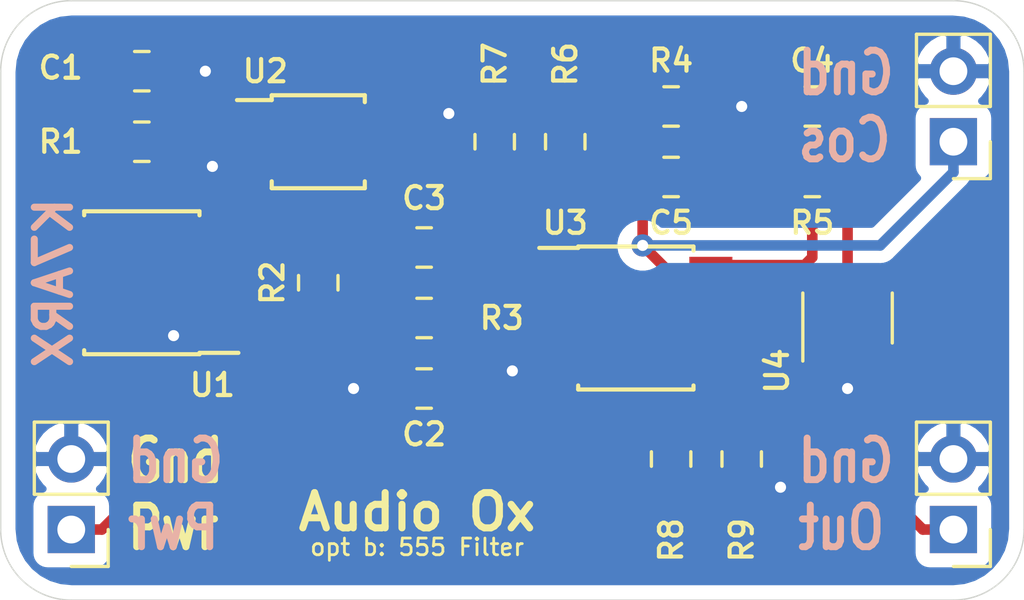
<source format=kicad_pcb>
(kicad_pcb (version 20171130) (host pcbnew 5.1.0)

  (general
    (thickness 1.6)
    (drawings 15)
    (tracks 131)
    (zones 0)
    (modules 21)
    (nets 18)
  )

  (page A4)
  (layers
    (0 F.Cu signal)
    (31 B.Cu signal)
    (32 B.Adhes user)
    (33 F.Adhes user)
    (34 B.Paste user)
    (35 F.Paste user)
    (36 B.SilkS user)
    (37 F.SilkS user)
    (38 B.Mask user)
    (39 F.Mask user)
    (40 Dwgs.User user)
    (41 Cmts.User user)
    (42 Eco1.User user)
    (43 Eco2.User user)
    (44 Edge.Cuts user)
    (45 Margin user)
    (46 B.CrtYd user)
    (47 F.CrtYd user)
    (48 B.Fab user)
    (49 F.Fab user hide)
  )

  (setup
    (last_trace_width 0.381)
    (trace_clearance 0.1905)
    (zone_clearance 0.508)
    (zone_45_only no)
    (trace_min 0.2)
    (via_size 0.8)
    (via_drill 0.4)
    (via_min_size 0.4)
    (via_min_drill 0.3)
    (uvia_size 0.3)
    (uvia_drill 0.1)
    (uvias_allowed no)
    (uvia_min_size 0.2)
    (uvia_min_drill 0.1)
    (edge_width 0.05)
    (segment_width 0.2)
    (pcb_text_width 0.3)
    (pcb_text_size 1.5 1.5)
    (mod_edge_width 0.12)
    (mod_text_size 1 1)
    (mod_text_width 0.15)
    (pad_size 1.524 1.524)
    (pad_drill 0.762)
    (pad_to_mask_clearance 0.051)
    (solder_mask_min_width 0.25)
    (aux_axis_origin 0 0)
    (visible_elements FFFFFF7F)
    (pcbplotparams
      (layerselection 0x010fc_ffffffff)
      (usegerberextensions false)
      (usegerberattributes false)
      (usegerberadvancedattributes false)
      (creategerberjobfile false)
      (excludeedgelayer true)
      (linewidth 0.100000)
      (plotframeref false)
      (viasonmask false)
      (mode 1)
      (useauxorigin false)
      (hpglpennumber 1)
      (hpglpenspeed 20)
      (hpglpendiameter 15.000000)
      (psnegative false)
      (psa4output false)
      (plotreference true)
      (plotvalue true)
      (plotinvisibletext false)
      (padsonsilk false)
      (subtractmaskfromsilk false)
      (outputformat 1)
      (mirror false)
      (drillshape 1)
      (scaleselection 1)
      (outputdirectory ""))
  )

  (net 0 "")
  (net 1 "Net-(C1-Pad1)")
  (net 2 GND)
  (net 3 "Net-(C2-Pad1)")
  (net 4 "Net-(C3-Pad1)")
  (net 5 "Net-(C3-Pad2)")
  (net 6 "Net-(C4-Pad1)")
  (net 7 "Net-(C5-Pad2)")
  (net 8 COSINE)
  (net 9 VAA)
  (net 10 Out)
  (net 11 "Net-(R1-Pad1)")
  (net 12 "Net-(R2-Pad2)")
  (net 13 "Net-(R6-Pad2)")
  (net 14 "Net-(R8-Pad2)")
  (net 15 "Net-(U1-Pad5)")
  (net 16 "Net-(U1-Pad7)")
  (net 17 "Net-(U2-Pad2)")

  (net_class Default "This is the default net class."
    (clearance 0.1905)
    (trace_width 0.381)
    (via_dia 0.8)
    (via_drill 0.4)
    (uvia_dia 0.3)
    (uvia_drill 0.1)
    (add_net COSINE)
    (add_net GND)
    (add_net "Net-(C1-Pad1)")
    (add_net "Net-(C2-Pad1)")
    (add_net "Net-(C3-Pad1)")
    (add_net "Net-(C3-Pad2)")
    (add_net "Net-(C4-Pad1)")
    (add_net "Net-(C5-Pad2)")
    (add_net "Net-(R1-Pad1)")
    (add_net "Net-(R2-Pad2)")
    (add_net "Net-(R6-Pad2)")
    (add_net "Net-(R8-Pad2)")
    (add_net "Net-(U1-Pad5)")
    (add_net "Net-(U1-Pad7)")
    (add_net "Net-(U2-Pad2)")
    (add_net Out)
    (add_net VAA)
  )

  (module Package_SO:MSOP-8_3x3mm_P0.65mm (layer F.Cu) (tedit 5A02F25C) (tstamp 5CA819B4)
    (at 121.92 36.83)
    (descr "8-Lead Plastic Micro Small Outline Package (MS) [MSOP] (see Microchip Packaging Specification 00000049BS.pdf)")
    (tags "SSOP 0.65")
    (path /5CA73252)
    (attr smd)
    (fp_text reference U2 (at -1.905 -2.54) (layer F.SilkS)
      (effects (font (size 0.8 0.8) (thickness 0.15)))
    )
    (fp_text value 74LVC2G74 (at 0 2.6) (layer F.Fab)
      (effects (font (size 1 1) (thickness 0.15)))
    )
    (fp_line (start -0.5 -1.5) (end 1.5 -1.5) (layer F.Fab) (width 0.15))
    (fp_line (start 1.5 -1.5) (end 1.5 1.5) (layer F.Fab) (width 0.15))
    (fp_line (start 1.5 1.5) (end -1.5 1.5) (layer F.Fab) (width 0.15))
    (fp_line (start -1.5 1.5) (end -1.5 -0.5) (layer F.Fab) (width 0.15))
    (fp_line (start -1.5 -0.5) (end -0.5 -1.5) (layer F.Fab) (width 0.15))
    (fp_line (start -3.2 -1.85) (end -3.2 1.85) (layer F.CrtYd) (width 0.05))
    (fp_line (start 3.2 -1.85) (end 3.2 1.85) (layer F.CrtYd) (width 0.05))
    (fp_line (start -3.2 -1.85) (end 3.2 -1.85) (layer F.CrtYd) (width 0.05))
    (fp_line (start -3.2 1.85) (end 3.2 1.85) (layer F.CrtYd) (width 0.05))
    (fp_line (start -1.675 -1.675) (end -1.675 -1.5) (layer F.SilkS) (width 0.15))
    (fp_line (start 1.675 -1.675) (end 1.675 -1.425) (layer F.SilkS) (width 0.15))
    (fp_line (start 1.675 1.675) (end 1.675 1.425) (layer F.SilkS) (width 0.15))
    (fp_line (start -1.675 1.675) (end -1.675 1.425) (layer F.SilkS) (width 0.15))
    (fp_line (start -1.675 -1.675) (end 1.675 -1.675) (layer F.SilkS) (width 0.15))
    (fp_line (start -1.675 1.675) (end 1.675 1.675) (layer F.SilkS) (width 0.15))
    (fp_line (start -1.675 -1.5) (end -2.925 -1.5) (layer F.SilkS) (width 0.15))
    (fp_text user %R (at 0 0) (layer F.Fab)
      (effects (font (size 0.6 0.6) (thickness 0.15)))
    )
    (pad 1 smd rect (at -2.2 -0.975) (size 1.45 0.45) (layers F.Cu F.Paste F.Mask)
      (net 11 "Net-(R1-Pad1)"))
    (pad 2 smd rect (at -2.2 -0.325) (size 1.45 0.45) (layers F.Cu F.Paste F.Mask)
      (net 17 "Net-(U2-Pad2)"))
    (pad 3 smd rect (at -2.2 0.325) (size 1.45 0.45) (layers F.Cu F.Paste F.Mask)
      (net 17 "Net-(U2-Pad2)"))
    (pad 4 smd rect (at -2.2 0.975) (size 1.45 0.45) (layers F.Cu F.Paste F.Mask)
      (net 2 GND))
    (pad 5 smd rect (at 2.2 0.975) (size 1.45 0.45) (layers F.Cu F.Paste F.Mask)
      (net 12 "Net-(R2-Pad2)"))
    (pad 6 smd rect (at 2.2 0.325) (size 1.45 0.45) (layers F.Cu F.Paste F.Mask)
      (net 9 VAA))
    (pad 7 smd rect (at 2.2 -0.325) (size 1.45 0.45) (layers F.Cu F.Paste F.Mask)
      (net 9 VAA))
    (pad 8 smd rect (at 2.2 -0.975) (size 1.45 0.45) (layers F.Cu F.Paste F.Mask)
      (net 9 VAA))
    (model ${KISYS3DMOD}/Package_SO.3dshapes/MSOP-8_3x3mm_P0.65mm.wrl
      (at (xyz 0 0 0))
      (scale (xyz 1 1 1))
      (rotate (xyz 0 0 0))
    )
  )

  (module Package_SO:SOIC-8_3.9x4.9mm_P1.27mm (layer F.Cu) (tedit 5A02F2D3) (tstamp 5CA82C13)
    (at 133.35 43.18)
    (descr "8-Lead Plastic Small Outline (SN) - Narrow, 3.90 mm Body [SOIC] (see Microchip Packaging Specification http://ww1.microchip.com/downloads/en/PackagingSpec/00000049BQ.pdf)")
    (tags "SOIC 1.27")
    (path /5CA74A6C)
    (attr smd)
    (fp_text reference U3 (at -2.54 -3.429) (layer F.SilkS)
      (effects (font (size 0.8 0.8) (thickness 0.15)))
    )
    (fp_text value LM358 (at 0 3.5) (layer F.Fab)
      (effects (font (size 1 1) (thickness 0.15)))
    )
    (fp_line (start -2.075 -2.525) (end -3.475 -2.525) (layer F.SilkS) (width 0.15))
    (fp_line (start -2.075 2.575) (end 2.075 2.575) (layer F.SilkS) (width 0.15))
    (fp_line (start -2.075 -2.575) (end 2.075 -2.575) (layer F.SilkS) (width 0.15))
    (fp_line (start -2.075 2.575) (end -2.075 2.43) (layer F.SilkS) (width 0.15))
    (fp_line (start 2.075 2.575) (end 2.075 2.43) (layer F.SilkS) (width 0.15))
    (fp_line (start 2.075 -2.575) (end 2.075 -2.43) (layer F.SilkS) (width 0.15))
    (fp_line (start -2.075 -2.575) (end -2.075 -2.525) (layer F.SilkS) (width 0.15))
    (fp_line (start -3.73 2.7) (end 3.73 2.7) (layer F.CrtYd) (width 0.05))
    (fp_line (start -3.73 -2.7) (end 3.73 -2.7) (layer F.CrtYd) (width 0.05))
    (fp_line (start 3.73 -2.7) (end 3.73 2.7) (layer F.CrtYd) (width 0.05))
    (fp_line (start -3.73 -2.7) (end -3.73 2.7) (layer F.CrtYd) (width 0.05))
    (fp_line (start -1.95 -1.45) (end -0.95 -2.45) (layer F.Fab) (width 0.1))
    (fp_line (start -1.95 2.45) (end -1.95 -1.45) (layer F.Fab) (width 0.1))
    (fp_line (start 1.95 2.45) (end -1.95 2.45) (layer F.Fab) (width 0.1))
    (fp_line (start 1.95 -2.45) (end 1.95 2.45) (layer F.Fab) (width 0.1))
    (fp_line (start -0.95 -2.45) (end 1.95 -2.45) (layer F.Fab) (width 0.1))
    (fp_text user %R (at 0 0) (layer F.Fab)
      (effects (font (size 1 1) (thickness 0.15)))
    )
    (pad 8 smd rect (at 2.7 -1.905) (size 1.55 0.6) (layers F.Cu F.Paste F.Mask)
      (net 9 VAA))
    (pad 7 smd rect (at 2.7 -0.635) (size 1.55 0.6) (layers F.Cu F.Paste F.Mask)
      (net 8 COSINE))
    (pad 6 smd rect (at 2.7 0.635) (size 1.55 0.6) (layers F.Cu F.Paste F.Mask)
      (net 14 "Net-(R8-Pad2)"))
    (pad 5 smd rect (at 2.7 1.905) (size 1.55 0.6) (layers F.Cu F.Paste F.Mask)
      (net 6 "Net-(C4-Pad1)"))
    (pad 4 smd rect (at -2.7 1.905) (size 1.55 0.6) (layers F.Cu F.Paste F.Mask)
      (net 2 GND))
    (pad 3 smd rect (at -2.7 0.635) (size 1.55 0.6) (layers F.Cu F.Paste F.Mask)
      (net 3 "Net-(C2-Pad1)"))
    (pad 2 smd rect (at -2.7 -0.635) (size 1.55 0.6) (layers F.Cu F.Paste F.Mask)
      (net 13 "Net-(R6-Pad2)"))
    (pad 1 smd rect (at -2.7 -1.905) (size 1.55 0.6) (layers F.Cu F.Paste F.Mask)
      (net 4 "Net-(C3-Pad1)"))
    (model ${KISYS3DMOD}/Package_SO.3dshapes/SOIC-8_3.9x4.9mm_P1.27mm.wrl
      (at (xyz 0 0 0))
      (scale (xyz 1 1 1))
      (rotate (xyz 0 0 0))
    )
  )

  (module Capacitor_SMD:C_0805_2012Metric_Pad1.15x1.40mm_HandSolder (layer F.Cu) (tedit 5B36C52B) (tstamp 5CA81915)
    (at 115.57 34.29)
    (descr "Capacitor SMD 0805 (2012 Metric), square (rectangular) end terminal, IPC_7351 nominal with elongated pad for handsoldering. (Body size source: https://docs.google.com/spreadsheets/d/1BsfQQcO9C6DZCsRaXUlFlo91Tg2WpOkGARC1WS5S8t0/edit?usp=sharing), generated with kicad-footprint-generator")
    (tags "capacitor handsolder")
    (path /5CA7E5D5)
    (attr smd)
    (fp_text reference C1 (at -2.921 -0.127) (layer F.SilkS)
      (effects (font (size 0.8 0.8) (thickness 0.15)))
    )
    (fp_text value C (at 0 1.65) (layer F.Fab) hide
      (effects (font (size 1 1) (thickness 0.15)))
    )
    (fp_line (start -1 0.6) (end -1 -0.6) (layer F.Fab) (width 0.1))
    (fp_line (start -1 -0.6) (end 1 -0.6) (layer F.Fab) (width 0.1))
    (fp_line (start 1 -0.6) (end 1 0.6) (layer F.Fab) (width 0.1))
    (fp_line (start 1 0.6) (end -1 0.6) (layer F.Fab) (width 0.1))
    (fp_line (start -0.261252 -0.71) (end 0.261252 -0.71) (layer F.SilkS) (width 0.12))
    (fp_line (start -0.261252 0.71) (end 0.261252 0.71) (layer F.SilkS) (width 0.12))
    (fp_line (start -1.85 0.95) (end -1.85 -0.95) (layer F.CrtYd) (width 0.05))
    (fp_line (start -1.85 -0.95) (end 1.85 -0.95) (layer F.CrtYd) (width 0.05))
    (fp_line (start 1.85 -0.95) (end 1.85 0.95) (layer F.CrtYd) (width 0.05))
    (fp_line (start 1.85 0.95) (end -1.85 0.95) (layer F.CrtYd) (width 0.05))
    (fp_text user %R (at 0 0) (layer F.Fab)
      (effects (font (size 0.5 0.5) (thickness 0.08)))
    )
    (pad 1 smd roundrect (at -1.025 0) (size 1.15 1.4) (layers F.Cu F.Paste F.Mask) (roundrect_rratio 0.217391)
      (net 1 "Net-(C1-Pad1)"))
    (pad 2 smd roundrect (at 1.025 0) (size 1.15 1.4) (layers F.Cu F.Paste F.Mask) (roundrect_rratio 0.217391)
      (net 2 GND))
    (model ${KISYS3DMOD}/Capacitor_SMD.3dshapes/C_0805_2012Metric.wrl
      (at (xyz 0 0 0))
      (scale (xyz 1 1 1))
      (rotate (xyz 0 0 0))
    )
  )

  (module Capacitor_SMD:C_0805_2012Metric_Pad1.15x1.40mm_HandSolder (layer F.Cu) (tedit 5B36C52B) (tstamp 5CA81A5C)
    (at 125.73 45.72 180)
    (descr "Capacitor SMD 0805 (2012 Metric), square (rectangular) end terminal, IPC_7351 nominal with elongated pad for handsoldering. (Body size source: https://docs.google.com/spreadsheets/d/1BsfQQcO9C6DZCsRaXUlFlo91Tg2WpOkGARC1WS5S8t0/edit?usp=sharing), generated with kicad-footprint-generator")
    (tags "capacitor handsolder")
    (path /5CA880EB)
    (attr smd)
    (fp_text reference C2 (at 0 -1.65 180) (layer F.SilkS)
      (effects (font (size 0.8 0.8) (thickness 0.15)))
    )
    (fp_text value C (at 0 1.65 180) (layer F.Fab)
      (effects (font (size 1 1) (thickness 0.15)))
    )
    (fp_text user %R (at 0 0 180) (layer F.Fab)
      (effects (font (size 0.5 0.5) (thickness 0.08)))
    )
    (fp_line (start 1.85 0.95) (end -1.85 0.95) (layer F.CrtYd) (width 0.05))
    (fp_line (start 1.85 -0.95) (end 1.85 0.95) (layer F.CrtYd) (width 0.05))
    (fp_line (start -1.85 -0.95) (end 1.85 -0.95) (layer F.CrtYd) (width 0.05))
    (fp_line (start -1.85 0.95) (end -1.85 -0.95) (layer F.CrtYd) (width 0.05))
    (fp_line (start -0.261252 0.71) (end 0.261252 0.71) (layer F.SilkS) (width 0.12))
    (fp_line (start -0.261252 -0.71) (end 0.261252 -0.71) (layer F.SilkS) (width 0.12))
    (fp_line (start 1 0.6) (end -1 0.6) (layer F.Fab) (width 0.1))
    (fp_line (start 1 -0.6) (end 1 0.6) (layer F.Fab) (width 0.1))
    (fp_line (start -1 -0.6) (end 1 -0.6) (layer F.Fab) (width 0.1))
    (fp_line (start -1 0.6) (end -1 -0.6) (layer F.Fab) (width 0.1))
    (pad 2 smd roundrect (at 1.025 0 180) (size 1.15 1.4) (layers F.Cu F.Paste F.Mask) (roundrect_rratio 0.217391)
      (net 2 GND))
    (pad 1 smd roundrect (at -1.025 0 180) (size 1.15 1.4) (layers F.Cu F.Paste F.Mask) (roundrect_rratio 0.217391)
      (net 3 "Net-(C2-Pad1)"))
    (model ${KISYS3DMOD}/Capacitor_SMD.3dshapes/C_0805_2012Metric.wrl
      (at (xyz 0 0 0))
      (scale (xyz 1 1 1))
      (rotate (xyz 0 0 0))
    )
  )

  (module Capacitor_SMD:C_0805_2012Metric_Pad1.15x1.40mm_HandSolder (layer F.Cu) (tedit 5B36C52B) (tstamp 5CA81A2C)
    (at 125.73 40.64 180)
    (descr "Capacitor SMD 0805 (2012 Metric), square (rectangular) end terminal, IPC_7351 nominal with elongated pad for handsoldering. (Body size source: https://docs.google.com/spreadsheets/d/1BsfQQcO9C6DZCsRaXUlFlo91Tg2WpOkGARC1WS5S8t0/edit?usp=sharing), generated with kicad-footprint-generator")
    (tags "capacitor handsolder")
    (path /5CA888C6)
    (attr smd)
    (fp_text reference C3 (at 0 1.778 180) (layer F.SilkS)
      (effects (font (size 0.8 0.8) (thickness 0.15)))
    )
    (fp_text value C (at 0 1.65 180) (layer F.Fab)
      (effects (font (size 1 1) (thickness 0.15)))
    )
    (fp_line (start -1 0.6) (end -1 -0.6) (layer F.Fab) (width 0.1))
    (fp_line (start -1 -0.6) (end 1 -0.6) (layer F.Fab) (width 0.1))
    (fp_line (start 1 -0.6) (end 1 0.6) (layer F.Fab) (width 0.1))
    (fp_line (start 1 0.6) (end -1 0.6) (layer F.Fab) (width 0.1))
    (fp_line (start -0.261252 -0.71) (end 0.261252 -0.71) (layer F.SilkS) (width 0.12))
    (fp_line (start -0.261252 0.71) (end 0.261252 0.71) (layer F.SilkS) (width 0.12))
    (fp_line (start -1.85 0.95) (end -1.85 -0.95) (layer F.CrtYd) (width 0.05))
    (fp_line (start -1.85 -0.95) (end 1.85 -0.95) (layer F.CrtYd) (width 0.05))
    (fp_line (start 1.85 -0.95) (end 1.85 0.95) (layer F.CrtYd) (width 0.05))
    (fp_line (start 1.85 0.95) (end -1.85 0.95) (layer F.CrtYd) (width 0.05))
    (fp_text user %R (at 0 0 180) (layer F.Fab)
      (effects (font (size 0.5 0.5) (thickness 0.08)))
    )
    (pad 1 smd roundrect (at -1.025 0 180) (size 1.15 1.4) (layers F.Cu F.Paste F.Mask) (roundrect_rratio 0.217391)
      (net 4 "Net-(C3-Pad1)"))
    (pad 2 smd roundrect (at 1.025 0 180) (size 1.15 1.4) (layers F.Cu F.Paste F.Mask) (roundrect_rratio 0.217391)
      (net 5 "Net-(C3-Pad2)"))
    (model ${KISYS3DMOD}/Capacitor_SMD.3dshapes/C_0805_2012Metric.wrl
      (at (xyz 0 0 0))
      (scale (xyz 1 1 1))
      (rotate (xyz 0 0 0))
    )
  )

  (module Capacitor_SMD:C_0805_2012Metric_Pad1.15x1.40mm_HandSolder (layer F.Cu) (tedit 5B36C52B) (tstamp 5CA82969)
    (at 139.7 35.56 180)
    (descr "Capacitor SMD 0805 (2012 Metric), square (rectangular) end terminal, IPC_7351 nominal with elongated pad for handsoldering. (Body size source: https://docs.google.com/spreadsheets/d/1BsfQQcO9C6DZCsRaXUlFlo91Tg2WpOkGARC1WS5S8t0/edit?usp=sharing), generated with kicad-footprint-generator")
    (tags "capacitor handsolder")
    (path /5CA98753)
    (attr smd)
    (fp_text reference C4 (at 0 1.651 180) (layer F.SilkS)
      (effects (font (size 0.8 0.8) (thickness 0.15)))
    )
    (fp_text value C (at 0 1.65 180) (layer F.Fab)
      (effects (font (size 1 1) (thickness 0.15)))
    )
    (fp_line (start -1 0.6) (end -1 -0.6) (layer F.Fab) (width 0.1))
    (fp_line (start -1 -0.6) (end 1 -0.6) (layer F.Fab) (width 0.1))
    (fp_line (start 1 -0.6) (end 1 0.6) (layer F.Fab) (width 0.1))
    (fp_line (start 1 0.6) (end -1 0.6) (layer F.Fab) (width 0.1))
    (fp_line (start -0.261252 -0.71) (end 0.261252 -0.71) (layer F.SilkS) (width 0.12))
    (fp_line (start -0.261252 0.71) (end 0.261252 0.71) (layer F.SilkS) (width 0.12))
    (fp_line (start -1.85 0.95) (end -1.85 -0.95) (layer F.CrtYd) (width 0.05))
    (fp_line (start -1.85 -0.95) (end 1.85 -0.95) (layer F.CrtYd) (width 0.05))
    (fp_line (start 1.85 -0.95) (end 1.85 0.95) (layer F.CrtYd) (width 0.05))
    (fp_line (start 1.85 0.95) (end -1.85 0.95) (layer F.CrtYd) (width 0.05))
    (fp_text user %R (at 0 0 180) (layer F.Fab)
      (effects (font (size 0.5 0.5) (thickness 0.08)))
    )
    (pad 1 smd roundrect (at -1.025 0 180) (size 1.15 1.4) (layers F.Cu F.Paste F.Mask) (roundrect_rratio 0.217391)
      (net 6 "Net-(C4-Pad1)"))
    (pad 2 smd roundrect (at 1.025 0 180) (size 1.15 1.4) (layers F.Cu F.Paste F.Mask) (roundrect_rratio 0.217391)
      (net 2 GND))
    (model ${KISYS3DMOD}/Capacitor_SMD.3dshapes/C_0805_2012Metric.wrl
      (at (xyz 0 0 0))
      (scale (xyz 1 1 1))
      (rotate (xyz 0 0 0))
    )
  )

  (module Capacitor_SMD:C_0805_2012Metric_Pad1.15x1.40mm_HandSolder (layer F.Cu) (tedit 5B36C52B) (tstamp 5CA828D9)
    (at 134.62 38.1)
    (descr "Capacitor SMD 0805 (2012 Metric), square (rectangular) end terminal, IPC_7351 nominal with elongated pad for handsoldering. (Body size source: https://docs.google.com/spreadsheets/d/1BsfQQcO9C6DZCsRaXUlFlo91Tg2WpOkGARC1WS5S8t0/edit?usp=sharing), generated with kicad-footprint-generator")
    (tags "capacitor handsolder")
    (path /5CA99C27)
    (attr smd)
    (fp_text reference C5 (at 0 1.651) (layer F.SilkS)
      (effects (font (size 0.8 0.8) (thickness 0.15)))
    )
    (fp_text value C (at 0 1.65) (layer F.Fab)
      (effects (font (size 1 1) (thickness 0.15)))
    )
    (fp_text user %R (at 0 0) (layer F.Fab)
      (effects (font (size 0.5 0.5) (thickness 0.08)))
    )
    (fp_line (start 1.85 0.95) (end -1.85 0.95) (layer F.CrtYd) (width 0.05))
    (fp_line (start 1.85 -0.95) (end 1.85 0.95) (layer F.CrtYd) (width 0.05))
    (fp_line (start -1.85 -0.95) (end 1.85 -0.95) (layer F.CrtYd) (width 0.05))
    (fp_line (start -1.85 0.95) (end -1.85 -0.95) (layer F.CrtYd) (width 0.05))
    (fp_line (start -0.261252 0.71) (end 0.261252 0.71) (layer F.SilkS) (width 0.12))
    (fp_line (start -0.261252 -0.71) (end 0.261252 -0.71) (layer F.SilkS) (width 0.12))
    (fp_line (start 1 0.6) (end -1 0.6) (layer F.Fab) (width 0.1))
    (fp_line (start 1 -0.6) (end 1 0.6) (layer F.Fab) (width 0.1))
    (fp_line (start -1 -0.6) (end 1 -0.6) (layer F.Fab) (width 0.1))
    (fp_line (start -1 0.6) (end -1 -0.6) (layer F.Fab) (width 0.1))
    (pad 2 smd roundrect (at 1.025 0) (size 1.15 1.4) (layers F.Cu F.Paste F.Mask) (roundrect_rratio 0.217391)
      (net 7 "Net-(C5-Pad2)"))
    (pad 1 smd roundrect (at -1.025 0) (size 1.15 1.4) (layers F.Cu F.Paste F.Mask) (roundrect_rratio 0.217391)
      (net 8 COSINE))
    (model ${KISYS3DMOD}/Capacitor_SMD.3dshapes/C_0805_2012Metric.wrl
      (at (xyz 0 0 0))
      (scale (xyz 1 1 1))
      (rotate (xyz 0 0 0))
    )
  )

  (module Connector_PinHeader_2.54mm:PinHeader_1x02_P2.54mm_Vertical (layer F.Cu) (tedit 59FED5CC) (tstamp 5CA7FE58)
    (at 113.03 50.8 180)
    (descr "Through hole straight pin header, 1x02, 2.54mm pitch, single row")
    (tags "Through hole pin header THT 1x02 2.54mm single row")
    (path /5CABE9DE)
    (fp_text reference J1 (at 0 5.08 180) (layer F.SilkS) hide
      (effects (font (size 1 1) (thickness 0.15)))
    )
    (fp_text value Power (at 0 4.87 180) (layer F.Fab)
      (effects (font (size 1 1) (thickness 0.15)))
    )
    (fp_line (start -0.635 -1.27) (end 1.27 -1.27) (layer F.Fab) (width 0.1))
    (fp_line (start 1.27 -1.27) (end 1.27 3.81) (layer F.Fab) (width 0.1))
    (fp_line (start 1.27 3.81) (end -1.27 3.81) (layer F.Fab) (width 0.1))
    (fp_line (start -1.27 3.81) (end -1.27 -0.635) (layer F.Fab) (width 0.1))
    (fp_line (start -1.27 -0.635) (end -0.635 -1.27) (layer F.Fab) (width 0.1))
    (fp_line (start -1.33 3.87) (end 1.33 3.87) (layer F.SilkS) (width 0.12))
    (fp_line (start -1.33 1.27) (end -1.33 3.87) (layer F.SilkS) (width 0.12))
    (fp_line (start 1.33 1.27) (end 1.33 3.87) (layer F.SilkS) (width 0.12))
    (fp_line (start -1.33 1.27) (end 1.33 1.27) (layer F.SilkS) (width 0.12))
    (fp_line (start -1.33 0) (end -1.33 -1.33) (layer F.SilkS) (width 0.12))
    (fp_line (start -1.33 -1.33) (end 0 -1.33) (layer F.SilkS) (width 0.12))
    (fp_line (start -1.8 -1.8) (end -1.8 4.35) (layer F.CrtYd) (width 0.05))
    (fp_line (start -1.8 4.35) (end 1.8 4.35) (layer F.CrtYd) (width 0.05))
    (fp_line (start 1.8 4.35) (end 1.8 -1.8) (layer F.CrtYd) (width 0.05))
    (fp_line (start 1.8 -1.8) (end -1.8 -1.8) (layer F.CrtYd) (width 0.05))
    (fp_text user %R (at 0 1.27 270) (layer F.Fab)
      (effects (font (size 1 1) (thickness 0.15)))
    )
    (pad 1 thru_hole rect (at 0 0 180) (size 1.7 1.7) (drill 1) (layers *.Cu *.Mask)
      (net 9 VAA))
    (pad 2 thru_hole oval (at 0 2.54 180) (size 1.7 1.7) (drill 1) (layers *.Cu *.Mask)
      (net 2 GND))
    (model ${KISYS3DMOD}/Connector_PinHeader_2.54mm.3dshapes/PinHeader_1x02_P2.54mm_Vertical.wrl
      (at (xyz 0 0 0))
      (scale (xyz 1 1 1))
      (rotate (xyz 0 0 0))
    )
  )

  (module Connector_PinHeader_2.54mm:PinHeader_1x02_P2.54mm_Vertical (layer F.Cu) (tedit 59FED5CC) (tstamp 5CA84760)
    (at 144.78 36.83 180)
    (descr "Through hole straight pin header, 1x02, 2.54mm pitch, single row")
    (tags "Through hole pin header THT 1x02 2.54mm single row")
    (path /5CABEB80)
    (fp_text reference J2 (at 0 -2.54 180) (layer F.SilkS) hide
      (effects (font (size 1 1) (thickness 0.15)))
    )
    (fp_text value Test (at 0 4.87 180) (layer F.Fab)
      (effects (font (size 1 1) (thickness 0.15)))
    )
    (fp_text user %R (at 0 1.27 270) (layer F.Fab)
      (effects (font (size 1 1) (thickness 0.15)))
    )
    (fp_line (start 1.8 -1.8) (end -1.8 -1.8) (layer F.CrtYd) (width 0.05))
    (fp_line (start 1.8 4.35) (end 1.8 -1.8) (layer F.CrtYd) (width 0.05))
    (fp_line (start -1.8 4.35) (end 1.8 4.35) (layer F.CrtYd) (width 0.05))
    (fp_line (start -1.8 -1.8) (end -1.8 4.35) (layer F.CrtYd) (width 0.05))
    (fp_line (start -1.33 -1.33) (end 0 -1.33) (layer F.SilkS) (width 0.12))
    (fp_line (start -1.33 0) (end -1.33 -1.33) (layer F.SilkS) (width 0.12))
    (fp_line (start -1.33 1.27) (end 1.33 1.27) (layer F.SilkS) (width 0.12))
    (fp_line (start 1.33 1.27) (end 1.33 3.87) (layer F.SilkS) (width 0.12))
    (fp_line (start -1.33 1.27) (end -1.33 3.87) (layer F.SilkS) (width 0.12))
    (fp_line (start -1.33 3.87) (end 1.33 3.87) (layer F.SilkS) (width 0.12))
    (fp_line (start -1.27 -0.635) (end -0.635 -1.27) (layer F.Fab) (width 0.1))
    (fp_line (start -1.27 3.81) (end -1.27 -0.635) (layer F.Fab) (width 0.1))
    (fp_line (start 1.27 3.81) (end -1.27 3.81) (layer F.Fab) (width 0.1))
    (fp_line (start 1.27 -1.27) (end 1.27 3.81) (layer F.Fab) (width 0.1))
    (fp_line (start -0.635 -1.27) (end 1.27 -1.27) (layer F.Fab) (width 0.1))
    (pad 2 thru_hole oval (at 0 2.54 180) (size 1.7 1.7) (drill 1) (layers *.Cu *.Mask)
      (net 2 GND))
    (pad 1 thru_hole rect (at 0 0 180) (size 1.7 1.7) (drill 1) (layers *.Cu *.Mask)
      (net 8 COSINE))
    (model ${KISYS3DMOD}/Connector_PinHeader_2.54mm.3dshapes/PinHeader_1x02_P2.54mm_Vertical.wrl
      (at (xyz 0 0 0))
      (scale (xyz 1 1 1))
      (rotate (xyz 0 0 0))
    )
  )

  (module Connector_PinHeader_2.54mm:PinHeader_1x02_P2.54mm_Vertical (layer F.Cu) (tedit 59FED5CC) (tstamp 5CA7FE84)
    (at 144.78 50.8 180)
    (descr "Through hole straight pin header, 1x02, 2.54mm pitch, single row")
    (tags "Through hole pin header THT 1x02 2.54mm single row")
    (path /5CABF374)
    (fp_text reference J3 (at 0 5.08 180) (layer F.SilkS) hide
      (effects (font (size 1 1) (thickness 0.15)))
    )
    (fp_text value Output (at 0 4.87 180) (layer F.Fab)
      (effects (font (size 1 1) (thickness 0.15)))
    )
    (fp_line (start -0.635 -1.27) (end 1.27 -1.27) (layer F.Fab) (width 0.1))
    (fp_line (start 1.27 -1.27) (end 1.27 3.81) (layer F.Fab) (width 0.1))
    (fp_line (start 1.27 3.81) (end -1.27 3.81) (layer F.Fab) (width 0.1))
    (fp_line (start -1.27 3.81) (end -1.27 -0.635) (layer F.Fab) (width 0.1))
    (fp_line (start -1.27 -0.635) (end -0.635 -1.27) (layer F.Fab) (width 0.1))
    (fp_line (start -1.33 3.87) (end 1.33 3.87) (layer F.SilkS) (width 0.12))
    (fp_line (start -1.33 1.27) (end -1.33 3.87) (layer F.SilkS) (width 0.12))
    (fp_line (start 1.33 1.27) (end 1.33 3.87) (layer F.SilkS) (width 0.12))
    (fp_line (start -1.33 1.27) (end 1.33 1.27) (layer F.SilkS) (width 0.12))
    (fp_line (start -1.33 0) (end -1.33 -1.33) (layer F.SilkS) (width 0.12))
    (fp_line (start -1.33 -1.33) (end 0 -1.33) (layer F.SilkS) (width 0.12))
    (fp_line (start -1.8 -1.8) (end -1.8 4.35) (layer F.CrtYd) (width 0.05))
    (fp_line (start -1.8 4.35) (end 1.8 4.35) (layer F.CrtYd) (width 0.05))
    (fp_line (start 1.8 4.35) (end 1.8 -1.8) (layer F.CrtYd) (width 0.05))
    (fp_line (start 1.8 -1.8) (end -1.8 -1.8) (layer F.CrtYd) (width 0.05))
    (fp_text user %R (at 0 1.27 270) (layer F.Fab)
      (effects (font (size 1 1) (thickness 0.15)))
    )
    (pad 1 thru_hole rect (at 0 0 180) (size 1.7 1.7) (drill 1) (layers *.Cu *.Mask)
      (net 10 Out))
    (pad 2 thru_hole oval (at 0 2.54 180) (size 1.7 1.7) (drill 1) (layers *.Cu *.Mask)
      (net 2 GND))
    (model ${KISYS3DMOD}/Connector_PinHeader_2.54mm.3dshapes/PinHeader_1x02_P2.54mm_Vertical.wrl
      (at (xyz 0 0 0))
      (scale (xyz 1 1 1))
      (rotate (xyz 0 0 0))
    )
  )

  (module Resistor_SMD:R_0805_2012Metric_Pad1.15x1.40mm_HandSolder (layer F.Cu) (tedit 5B36C52B) (tstamp 5CA81837)
    (at 115.57 36.83 180)
    (descr "Resistor SMD 0805 (2012 Metric), square (rectangular) end terminal, IPC_7351 nominal with elongated pad for handsoldering. (Body size source: https://docs.google.com/spreadsheets/d/1BsfQQcO9C6DZCsRaXUlFlo91Tg2WpOkGARC1WS5S8t0/edit?usp=sharing), generated with kicad-footprint-generator")
    (tags "resistor handsolder")
    (path /5CA7D84E)
    (attr smd)
    (fp_text reference R1 (at 2.921 0 180) (layer F.SilkS)
      (effects (font (size 0.8 0.8) (thickness 0.15)))
    )
    (fp_text value R (at 0 1.65 180) (layer F.Fab) hide
      (effects (font (size 1 1) (thickness 0.15)))
    )
    (fp_line (start -1 0.6) (end -1 -0.6) (layer F.Fab) (width 0.1))
    (fp_line (start -1 -0.6) (end 1 -0.6) (layer F.Fab) (width 0.1))
    (fp_line (start 1 -0.6) (end 1 0.6) (layer F.Fab) (width 0.1))
    (fp_line (start 1 0.6) (end -1 0.6) (layer F.Fab) (width 0.1))
    (fp_line (start -0.261252 -0.71) (end 0.261252 -0.71) (layer F.SilkS) (width 0.12))
    (fp_line (start -0.261252 0.71) (end 0.261252 0.71) (layer F.SilkS) (width 0.12))
    (fp_line (start -1.85 0.95) (end -1.85 -0.95) (layer F.CrtYd) (width 0.05))
    (fp_line (start -1.85 -0.95) (end 1.85 -0.95) (layer F.CrtYd) (width 0.05))
    (fp_line (start 1.85 -0.95) (end 1.85 0.95) (layer F.CrtYd) (width 0.05))
    (fp_line (start 1.85 0.95) (end -1.85 0.95) (layer F.CrtYd) (width 0.05))
    (fp_text user %R (at 0 0 180) (layer F.Fab)
      (effects (font (size 0.5 0.5) (thickness 0.08)))
    )
    (pad 1 smd roundrect (at -1.025 0 180) (size 1.15 1.4) (layers F.Cu F.Paste F.Mask) (roundrect_rratio 0.217391)
      (net 11 "Net-(R1-Pad1)"))
    (pad 2 smd roundrect (at 1.025 0 180) (size 1.15 1.4) (layers F.Cu F.Paste F.Mask) (roundrect_rratio 0.217391)
      (net 1 "Net-(C1-Pad1)"))
    (model ${KISYS3DMOD}/Resistor_SMD.3dshapes/R_0805_2012Metric.wrl
      (at (xyz 0 0 0))
      (scale (xyz 1 1 1))
      (rotate (xyz 0 0 0))
    )
  )

  (module Resistor_SMD:R_0805_2012Metric_Pad1.15x1.40mm_HandSolder (layer F.Cu) (tedit 5B36C52B) (tstamp 5CA83F41)
    (at 121.92 41.91 90)
    (descr "Resistor SMD 0805 (2012 Metric), square (rectangular) end terminal, IPC_7351 nominal with elongated pad for handsoldering. (Body size source: https://docs.google.com/spreadsheets/d/1BsfQQcO9C6DZCsRaXUlFlo91Tg2WpOkGARC1WS5S8t0/edit?usp=sharing), generated with kicad-footprint-generator")
    (tags "resistor handsolder")
    (path /5CA85D92)
    (attr smd)
    (fp_text reference R2 (at 0 -1.65 90) (layer F.SilkS)
      (effects (font (size 0.8 0.8) (thickness 0.15)))
    )
    (fp_text value R (at 0 1.65 90) (layer F.Fab)
      (effects (font (size 1 1) (thickness 0.15)))
    )
    (fp_text user %R (at 0 0 90) (layer F.Fab)
      (effects (font (size 0.5 0.5) (thickness 0.08)))
    )
    (fp_line (start 1.85 0.95) (end -1.85 0.95) (layer F.CrtYd) (width 0.05))
    (fp_line (start 1.85 -0.95) (end 1.85 0.95) (layer F.CrtYd) (width 0.05))
    (fp_line (start -1.85 -0.95) (end 1.85 -0.95) (layer F.CrtYd) (width 0.05))
    (fp_line (start -1.85 0.95) (end -1.85 -0.95) (layer F.CrtYd) (width 0.05))
    (fp_line (start -0.261252 0.71) (end 0.261252 0.71) (layer F.SilkS) (width 0.12))
    (fp_line (start -0.261252 -0.71) (end 0.261252 -0.71) (layer F.SilkS) (width 0.12))
    (fp_line (start 1 0.6) (end -1 0.6) (layer F.Fab) (width 0.1))
    (fp_line (start 1 -0.6) (end 1 0.6) (layer F.Fab) (width 0.1))
    (fp_line (start -1 -0.6) (end 1 -0.6) (layer F.Fab) (width 0.1))
    (fp_line (start -1 0.6) (end -1 -0.6) (layer F.Fab) (width 0.1))
    (pad 2 smd roundrect (at 1.025 0 90) (size 1.15 1.4) (layers F.Cu F.Paste F.Mask) (roundrect_rratio 0.217391)
      (net 12 "Net-(R2-Pad2)"))
    (pad 1 smd roundrect (at -1.025 0 90) (size 1.15 1.4) (layers F.Cu F.Paste F.Mask) (roundrect_rratio 0.217391)
      (net 5 "Net-(C3-Pad2)"))
    (model ${KISYS3DMOD}/Resistor_SMD.3dshapes/R_0805_2012Metric.wrl
      (at (xyz 0 0 0))
      (scale (xyz 1 1 1))
      (rotate (xyz 0 0 0))
    )
  )

  (module Resistor_SMD:R_0805_2012Metric_Pad1.15x1.40mm_HandSolder (layer F.Cu) (tedit 5B36C52B) (tstamp 5CA818E5)
    (at 125.73 43.18 180)
    (descr "Resistor SMD 0805 (2012 Metric), square (rectangular) end terminal, IPC_7351 nominal with elongated pad for handsoldering. (Body size source: https://docs.google.com/spreadsheets/d/1BsfQQcO9C6DZCsRaXUlFlo91Tg2WpOkGARC1WS5S8t0/edit?usp=sharing), generated with kicad-footprint-generator")
    (tags "resistor handsolder")
    (path /5CA87C18)
    (attr smd)
    (fp_text reference R3 (at -2.794 0 180) (layer F.SilkS)
      (effects (font (size 0.8 0.8) (thickness 0.15)))
    )
    (fp_text value R (at 0 1.65 180) (layer F.Fab)
      (effects (font (size 1 1) (thickness 0.15)))
    )
    (fp_line (start -1 0.6) (end -1 -0.6) (layer F.Fab) (width 0.1))
    (fp_line (start -1 -0.6) (end 1 -0.6) (layer F.Fab) (width 0.1))
    (fp_line (start 1 -0.6) (end 1 0.6) (layer F.Fab) (width 0.1))
    (fp_line (start 1 0.6) (end -1 0.6) (layer F.Fab) (width 0.1))
    (fp_line (start -0.261252 -0.71) (end 0.261252 -0.71) (layer F.SilkS) (width 0.12))
    (fp_line (start -0.261252 0.71) (end 0.261252 0.71) (layer F.SilkS) (width 0.12))
    (fp_line (start -1.85 0.95) (end -1.85 -0.95) (layer F.CrtYd) (width 0.05))
    (fp_line (start -1.85 -0.95) (end 1.85 -0.95) (layer F.CrtYd) (width 0.05))
    (fp_line (start 1.85 -0.95) (end 1.85 0.95) (layer F.CrtYd) (width 0.05))
    (fp_line (start 1.85 0.95) (end -1.85 0.95) (layer F.CrtYd) (width 0.05))
    (fp_text user %R (at 0 0 180) (layer F.Fab)
      (effects (font (size 0.5 0.5) (thickness 0.08)))
    )
    (pad 1 smd roundrect (at -1.025 0 180) (size 1.15 1.4) (layers F.Cu F.Paste F.Mask) (roundrect_rratio 0.217391)
      (net 3 "Net-(C2-Pad1)"))
    (pad 2 smd roundrect (at 1.025 0 180) (size 1.15 1.4) (layers F.Cu F.Paste F.Mask) (roundrect_rratio 0.217391)
      (net 5 "Net-(C3-Pad2)"))
    (model ${KISYS3DMOD}/Resistor_SMD.3dshapes/R_0805_2012Metric.wrl
      (at (xyz 0 0 0))
      (scale (xyz 1 1 1))
      (rotate (xyz 0 0 0))
    )
  )

  (module Resistor_SMD:R_0805_2012Metric_Pad1.15x1.40mm_HandSolder (layer F.Cu) (tedit 5B36C52B) (tstamp 5CA82939)
    (at 134.62 35.56 180)
    (descr "Resistor SMD 0805 (2012 Metric), square (rectangular) end terminal, IPC_7351 nominal with elongated pad for handsoldering. (Body size source: https://docs.google.com/spreadsheets/d/1BsfQQcO9C6DZCsRaXUlFlo91Tg2WpOkGARC1WS5S8t0/edit?usp=sharing), generated with kicad-footprint-generator")
    (tags "resistor handsolder")
    (path /5CA96F3B)
    (attr smd)
    (fp_text reference R4 (at 0 1.651 180) (layer F.SilkS)
      (effects (font (size 0.8 0.8) (thickness 0.15)))
    )
    (fp_text value R (at 0 1.65 180) (layer F.Fab)
      (effects (font (size 1 1) (thickness 0.15)))
    )
    (fp_text user %R (at 0 0 180) (layer F.Fab)
      (effects (font (size 0.5 0.5) (thickness 0.08)))
    )
    (fp_line (start 1.85 0.95) (end -1.85 0.95) (layer F.CrtYd) (width 0.05))
    (fp_line (start 1.85 -0.95) (end 1.85 0.95) (layer F.CrtYd) (width 0.05))
    (fp_line (start -1.85 -0.95) (end 1.85 -0.95) (layer F.CrtYd) (width 0.05))
    (fp_line (start -1.85 0.95) (end -1.85 -0.95) (layer F.CrtYd) (width 0.05))
    (fp_line (start -0.261252 0.71) (end 0.261252 0.71) (layer F.SilkS) (width 0.12))
    (fp_line (start -0.261252 -0.71) (end 0.261252 -0.71) (layer F.SilkS) (width 0.12))
    (fp_line (start 1 0.6) (end -1 0.6) (layer F.Fab) (width 0.1))
    (fp_line (start 1 -0.6) (end 1 0.6) (layer F.Fab) (width 0.1))
    (fp_line (start -1 -0.6) (end 1 -0.6) (layer F.Fab) (width 0.1))
    (fp_line (start -1 0.6) (end -1 -0.6) (layer F.Fab) (width 0.1))
    (pad 2 smd roundrect (at 1.025 0 180) (size 1.15 1.4) (layers F.Cu F.Paste F.Mask) (roundrect_rratio 0.217391)
      (net 4 "Net-(C3-Pad1)"))
    (pad 1 smd roundrect (at -1.025 0 180) (size 1.15 1.4) (layers F.Cu F.Paste F.Mask) (roundrect_rratio 0.217391)
      (net 7 "Net-(C5-Pad2)"))
    (model ${KISYS3DMOD}/Resistor_SMD.3dshapes/R_0805_2012Metric.wrl
      (at (xyz 0 0 0))
      (scale (xyz 1 1 1))
      (rotate (xyz 0 0 0))
    )
  )

  (module Resistor_SMD:R_0805_2012Metric_Pad1.15x1.40mm_HandSolder (layer F.Cu) (tedit 5B36C52B) (tstamp 5CA82873)
    (at 139.7 38.1 180)
    (descr "Resistor SMD 0805 (2012 Metric), square (rectangular) end terminal, IPC_7351 nominal with elongated pad for handsoldering. (Body size source: https://docs.google.com/spreadsheets/d/1BsfQQcO9C6DZCsRaXUlFlo91Tg2WpOkGARC1WS5S8t0/edit?usp=sharing), generated with kicad-footprint-generator")
    (tags "resistor handsolder")
    (path /5CA98067)
    (attr smd)
    (fp_text reference R5 (at 0 -1.651) (layer F.SilkS)
      (effects (font (size 0.8 0.8) (thickness 0.15)))
    )
    (fp_text value R (at 0 1.65 180) (layer F.Fab)
      (effects (font (size 1 1) (thickness 0.15)))
    )
    (fp_line (start -1 0.6) (end -1 -0.6) (layer F.Fab) (width 0.1))
    (fp_line (start -1 -0.6) (end 1 -0.6) (layer F.Fab) (width 0.1))
    (fp_line (start 1 -0.6) (end 1 0.6) (layer F.Fab) (width 0.1))
    (fp_line (start 1 0.6) (end -1 0.6) (layer F.Fab) (width 0.1))
    (fp_line (start -0.261252 -0.71) (end 0.261252 -0.71) (layer F.SilkS) (width 0.12))
    (fp_line (start -0.261252 0.71) (end 0.261252 0.71) (layer F.SilkS) (width 0.12))
    (fp_line (start -1.85 0.95) (end -1.85 -0.95) (layer F.CrtYd) (width 0.05))
    (fp_line (start -1.85 -0.95) (end 1.85 -0.95) (layer F.CrtYd) (width 0.05))
    (fp_line (start 1.85 -0.95) (end 1.85 0.95) (layer F.CrtYd) (width 0.05))
    (fp_line (start 1.85 0.95) (end -1.85 0.95) (layer F.CrtYd) (width 0.05))
    (fp_text user %R (at 0 0 180) (layer F.Fab)
      (effects (font (size 0.5 0.5) (thickness 0.08)))
    )
    (pad 1 smd roundrect (at -1.025 0 180) (size 1.15 1.4) (layers F.Cu F.Paste F.Mask) (roundrect_rratio 0.217391)
      (net 6 "Net-(C4-Pad1)"))
    (pad 2 smd roundrect (at 1.025 0 180) (size 1.15 1.4) (layers F.Cu F.Paste F.Mask) (roundrect_rratio 0.217391)
      (net 7 "Net-(C5-Pad2)"))
    (model ${KISYS3DMOD}/Resistor_SMD.3dshapes/R_0805_2012Metric.wrl
      (at (xyz 0 0 0))
      (scale (xyz 1 1 1))
      (rotate (xyz 0 0 0))
    )
  )

  (module Resistor_SMD:R_0805_2012Metric_Pad1.15x1.40mm_HandSolder (layer F.Cu) (tedit 5B36C52B) (tstamp 5CA817FE)
    (at 130.81 36.83 270)
    (descr "Resistor SMD 0805 (2012 Metric), square (rectangular) end terminal, IPC_7351 nominal with elongated pad for handsoldering. (Body size source: https://docs.google.com/spreadsheets/d/1BsfQQcO9C6DZCsRaXUlFlo91Tg2WpOkGARC1WS5S8t0/edit?usp=sharing), generated with kicad-footprint-generator")
    (tags "resistor handsolder")
    (path /5CA8D96A)
    (attr smd)
    (fp_text reference R6 (at -2.794 0 270) (layer F.SilkS)
      (effects (font (size 0.8 0.8) (thickness 0.15)))
    )
    (fp_text value R (at 0 1.65 270) (layer F.Fab)
      (effects (font (size 1 1) (thickness 0.15)))
    )
    (fp_text user %R (at 0 0 270) (layer F.Fab)
      (effects (font (size 0.5 0.5) (thickness 0.08)))
    )
    (fp_line (start 1.85 0.95) (end -1.85 0.95) (layer F.CrtYd) (width 0.05))
    (fp_line (start 1.85 -0.95) (end 1.85 0.95) (layer F.CrtYd) (width 0.05))
    (fp_line (start -1.85 -0.95) (end 1.85 -0.95) (layer F.CrtYd) (width 0.05))
    (fp_line (start -1.85 0.95) (end -1.85 -0.95) (layer F.CrtYd) (width 0.05))
    (fp_line (start -0.261252 0.71) (end 0.261252 0.71) (layer F.SilkS) (width 0.12))
    (fp_line (start -0.261252 -0.71) (end 0.261252 -0.71) (layer F.SilkS) (width 0.12))
    (fp_line (start 1 0.6) (end -1 0.6) (layer F.Fab) (width 0.1))
    (fp_line (start 1 -0.6) (end 1 0.6) (layer F.Fab) (width 0.1))
    (fp_line (start -1 -0.6) (end 1 -0.6) (layer F.Fab) (width 0.1))
    (fp_line (start -1 0.6) (end -1 -0.6) (layer F.Fab) (width 0.1))
    (pad 2 smd roundrect (at 1.025 0 270) (size 1.15 1.4) (layers F.Cu F.Paste F.Mask) (roundrect_rratio 0.217391)
      (net 13 "Net-(R6-Pad2)"))
    (pad 1 smd roundrect (at -1.025 0 270) (size 1.15 1.4) (layers F.Cu F.Paste F.Mask) (roundrect_rratio 0.217391)
      (net 4 "Net-(C3-Pad1)"))
    (model ${KISYS3DMOD}/Resistor_SMD.3dshapes/R_0805_2012Metric.wrl
      (at (xyz 0 0 0))
      (scale (xyz 1 1 1))
      (rotate (xyz 0 0 0))
    )
  )

  (module Resistor_SMD:R_0805_2012Metric_Pad1.15x1.40mm_HandSolder (layer F.Cu) (tedit 5B36C52B) (tstamp 5CA82281)
    (at 128.27 36.83 90)
    (descr "Resistor SMD 0805 (2012 Metric), square (rectangular) end terminal, IPC_7351 nominal with elongated pad for handsoldering. (Body size source: https://docs.google.com/spreadsheets/d/1BsfQQcO9C6DZCsRaXUlFlo91Tg2WpOkGARC1WS5S8t0/edit?usp=sharing), generated with kicad-footprint-generator")
    (tags "resistor handsolder")
    (path /5CA8F2DE)
    (attr smd)
    (fp_text reference R7 (at 2.794 0 90) (layer F.SilkS)
      (effects (font (size 0.8 0.8) (thickness 0.15)))
    )
    (fp_text value R (at 0 1.65 90) (layer F.Fab)
      (effects (font (size 1 1) (thickness 0.15)))
    )
    (fp_line (start -1 0.6) (end -1 -0.6) (layer F.Fab) (width 0.1))
    (fp_line (start -1 -0.6) (end 1 -0.6) (layer F.Fab) (width 0.1))
    (fp_line (start 1 -0.6) (end 1 0.6) (layer F.Fab) (width 0.1))
    (fp_line (start 1 0.6) (end -1 0.6) (layer F.Fab) (width 0.1))
    (fp_line (start -0.261252 -0.71) (end 0.261252 -0.71) (layer F.SilkS) (width 0.12))
    (fp_line (start -0.261252 0.71) (end 0.261252 0.71) (layer F.SilkS) (width 0.12))
    (fp_line (start -1.85 0.95) (end -1.85 -0.95) (layer F.CrtYd) (width 0.05))
    (fp_line (start -1.85 -0.95) (end 1.85 -0.95) (layer F.CrtYd) (width 0.05))
    (fp_line (start 1.85 -0.95) (end 1.85 0.95) (layer F.CrtYd) (width 0.05))
    (fp_line (start 1.85 0.95) (end -1.85 0.95) (layer F.CrtYd) (width 0.05))
    (fp_text user %R (at 0 0 90) (layer F.Fab)
      (effects (font (size 0.5 0.5) (thickness 0.08)))
    )
    (pad 1 smd roundrect (at -1.025 0 90) (size 1.15 1.4) (layers F.Cu F.Paste F.Mask) (roundrect_rratio 0.217391)
      (net 13 "Net-(R6-Pad2)"))
    (pad 2 smd roundrect (at 1.025 0 90) (size 1.15 1.4) (layers F.Cu F.Paste F.Mask) (roundrect_rratio 0.217391)
      (net 2 GND))
    (model ${KISYS3DMOD}/Resistor_SMD.3dshapes/R_0805_2012Metric.wrl
      (at (xyz 0 0 0))
      (scale (xyz 1 1 1))
      (rotate (xyz 0 0 0))
    )
  )

  (module Resistor_SMD:R_0805_2012Metric_Pad1.15x1.40mm_HandSolder (layer F.Cu) (tedit 5B36C52B) (tstamp 5CA82909)
    (at 134.62 48.26 90)
    (descr "Resistor SMD 0805 (2012 Metric), square (rectangular) end terminal, IPC_7351 nominal with elongated pad for handsoldering. (Body size source: https://docs.google.com/spreadsheets/d/1BsfQQcO9C6DZCsRaXUlFlo91Tg2WpOkGARC1WS5S8t0/edit?usp=sharing), generated with kicad-footprint-generator")
    (tags "resistor handsolder")
    (path /5CA9EED4)
    (attr smd)
    (fp_text reference R8 (at -2.921 0 90) (layer F.SilkS)
      (effects (font (size 0.8 0.8) (thickness 0.15)))
    )
    (fp_text value R (at 0 1.65 90) (layer F.Fab)
      (effects (font (size 1 1) (thickness 0.15)))
    )
    (fp_line (start -1 0.6) (end -1 -0.6) (layer F.Fab) (width 0.1))
    (fp_line (start -1 -0.6) (end 1 -0.6) (layer F.Fab) (width 0.1))
    (fp_line (start 1 -0.6) (end 1 0.6) (layer F.Fab) (width 0.1))
    (fp_line (start 1 0.6) (end -1 0.6) (layer F.Fab) (width 0.1))
    (fp_line (start -0.261252 -0.71) (end 0.261252 -0.71) (layer F.SilkS) (width 0.12))
    (fp_line (start -0.261252 0.71) (end 0.261252 0.71) (layer F.SilkS) (width 0.12))
    (fp_line (start -1.85 0.95) (end -1.85 -0.95) (layer F.CrtYd) (width 0.05))
    (fp_line (start -1.85 -0.95) (end 1.85 -0.95) (layer F.CrtYd) (width 0.05))
    (fp_line (start 1.85 -0.95) (end 1.85 0.95) (layer F.CrtYd) (width 0.05))
    (fp_line (start 1.85 0.95) (end -1.85 0.95) (layer F.CrtYd) (width 0.05))
    (fp_text user %R (at 0 0 90) (layer F.Fab)
      (effects (font (size 0.5 0.5) (thickness 0.08)))
    )
    (pad 1 smd roundrect (at -1.025 0 90) (size 1.15 1.4) (layers F.Cu F.Paste F.Mask) (roundrect_rratio 0.217391)
      (net 8 COSINE))
    (pad 2 smd roundrect (at 1.025 0 90) (size 1.15 1.4) (layers F.Cu F.Paste F.Mask) (roundrect_rratio 0.217391)
      (net 14 "Net-(R8-Pad2)"))
    (model ${KISYS3DMOD}/Resistor_SMD.3dshapes/R_0805_2012Metric.wrl
      (at (xyz 0 0 0))
      (scale (xyz 1 1 1))
      (rotate (xyz 0 0 0))
    )
  )

  (module Resistor_SMD:R_0805_2012Metric_Pad1.15x1.40mm_HandSolder (layer F.Cu) (tedit 5B36C52B) (tstamp 5CA828A3)
    (at 137.16 48.26 270)
    (descr "Resistor SMD 0805 (2012 Metric), square (rectangular) end terminal, IPC_7351 nominal with elongated pad for handsoldering. (Body size source: https://docs.google.com/spreadsheets/d/1BsfQQcO9C6DZCsRaXUlFlo91Tg2WpOkGARC1WS5S8t0/edit?usp=sharing), generated with kicad-footprint-generator")
    (tags "resistor handsolder")
    (path /5CA9F988)
    (attr smd)
    (fp_text reference R9 (at 2.921 0 270) (layer F.SilkS)
      (effects (font (size 0.8 0.8) (thickness 0.15)))
    )
    (fp_text value R (at 0 1.65 270) (layer F.Fab)
      (effects (font (size 1 1) (thickness 0.15)))
    )
    (fp_text user %R (at 0 0 270) (layer F.Fab)
      (effects (font (size 0.5 0.5) (thickness 0.08)))
    )
    (fp_line (start 1.85 0.95) (end -1.85 0.95) (layer F.CrtYd) (width 0.05))
    (fp_line (start 1.85 -0.95) (end 1.85 0.95) (layer F.CrtYd) (width 0.05))
    (fp_line (start -1.85 -0.95) (end 1.85 -0.95) (layer F.CrtYd) (width 0.05))
    (fp_line (start -1.85 0.95) (end -1.85 -0.95) (layer F.CrtYd) (width 0.05))
    (fp_line (start -0.261252 0.71) (end 0.261252 0.71) (layer F.SilkS) (width 0.12))
    (fp_line (start -0.261252 -0.71) (end 0.261252 -0.71) (layer F.SilkS) (width 0.12))
    (fp_line (start 1 0.6) (end -1 0.6) (layer F.Fab) (width 0.1))
    (fp_line (start 1 -0.6) (end 1 0.6) (layer F.Fab) (width 0.1))
    (fp_line (start -1 -0.6) (end 1 -0.6) (layer F.Fab) (width 0.1))
    (fp_line (start -1 0.6) (end -1 -0.6) (layer F.Fab) (width 0.1))
    (pad 2 smd roundrect (at 1.025 0 270) (size 1.15 1.4) (layers F.Cu F.Paste F.Mask) (roundrect_rratio 0.217391)
      (net 2 GND))
    (pad 1 smd roundrect (at -1.025 0 270) (size 1.15 1.4) (layers F.Cu F.Paste F.Mask) (roundrect_rratio 0.217391)
      (net 14 "Net-(R8-Pad2)"))
    (model ${KISYS3DMOD}/Resistor_SMD.3dshapes/R_0805_2012Metric.wrl
      (at (xyz 0 0 0))
      (scale (xyz 1 1 1))
      (rotate (xyz 0 0 0))
    )
  )

  (module Package_SO:SOIC-8_3.9x4.9mm_P1.27mm (layer F.Cu) (tedit 5A02F2D3) (tstamp 5CA81960)
    (at 115.57 41.91 180)
    (descr "8-Lead Plastic Small Outline (SN) - Narrow, 3.90 mm Body [SOIC] (see Microchip Packaging Specification http://ww1.microchip.com/downloads/en/PackagingSpec/00000049BQ.pdf)")
    (tags "SOIC 1.27")
    (path /5CA72191)
    (attr smd)
    (fp_text reference U1 (at -2.54 -3.683) (layer F.SilkS)
      (effects (font (size 0.8 0.8) (thickness 0.15)))
    )
    (fp_text value TLC555CD (at 0 3.5 180) (layer F.Fab) hide
      (effects (font (size 1 1) (thickness 0.15)))
    )
    (fp_text user %R (at 0 0 180) (layer F.Fab)
      (effects (font (size 1 1) (thickness 0.15)))
    )
    (fp_line (start -0.95 -2.45) (end 1.95 -2.45) (layer F.Fab) (width 0.1))
    (fp_line (start 1.95 -2.45) (end 1.95 2.45) (layer F.Fab) (width 0.1))
    (fp_line (start 1.95 2.45) (end -1.95 2.45) (layer F.Fab) (width 0.1))
    (fp_line (start -1.95 2.45) (end -1.95 -1.45) (layer F.Fab) (width 0.1))
    (fp_line (start -1.95 -1.45) (end -0.95 -2.45) (layer F.Fab) (width 0.1))
    (fp_line (start -3.73 -2.7) (end -3.73 2.7) (layer F.CrtYd) (width 0.05))
    (fp_line (start 3.73 -2.7) (end 3.73 2.7) (layer F.CrtYd) (width 0.05))
    (fp_line (start -3.73 -2.7) (end 3.73 -2.7) (layer F.CrtYd) (width 0.05))
    (fp_line (start -3.73 2.7) (end 3.73 2.7) (layer F.CrtYd) (width 0.05))
    (fp_line (start -2.075 -2.575) (end -2.075 -2.525) (layer F.SilkS) (width 0.15))
    (fp_line (start 2.075 -2.575) (end 2.075 -2.43) (layer F.SilkS) (width 0.15))
    (fp_line (start 2.075 2.575) (end 2.075 2.43) (layer F.SilkS) (width 0.15))
    (fp_line (start -2.075 2.575) (end -2.075 2.43) (layer F.SilkS) (width 0.15))
    (fp_line (start -2.075 -2.575) (end 2.075 -2.575) (layer F.SilkS) (width 0.15))
    (fp_line (start -2.075 2.575) (end 2.075 2.575) (layer F.SilkS) (width 0.15))
    (fp_line (start -2.075 -2.525) (end -3.475 -2.525) (layer F.SilkS) (width 0.15))
    (pad 1 smd rect (at -2.7 -1.905 180) (size 1.55 0.6) (layers F.Cu F.Paste F.Mask)
      (net 2 GND))
    (pad 2 smd rect (at -2.7 -0.635 180) (size 1.55 0.6) (layers F.Cu F.Paste F.Mask)
      (net 1 "Net-(C1-Pad1)"))
    (pad 3 smd rect (at -2.7 0.635 180) (size 1.55 0.6) (layers F.Cu F.Paste F.Mask)
      (net 11 "Net-(R1-Pad1)"))
    (pad 4 smd rect (at -2.7 1.905 180) (size 1.55 0.6) (layers F.Cu F.Paste F.Mask)
      (net 9 VAA))
    (pad 5 smd rect (at 2.7 1.905 180) (size 1.55 0.6) (layers F.Cu F.Paste F.Mask)
      (net 15 "Net-(U1-Pad5)"))
    (pad 6 smd rect (at 2.7 0.635 180) (size 1.55 0.6) (layers F.Cu F.Paste F.Mask)
      (net 1 "Net-(C1-Pad1)"))
    (pad 7 smd rect (at 2.7 -0.635 180) (size 1.55 0.6) (layers F.Cu F.Paste F.Mask)
      (net 16 "Net-(U1-Pad7)"))
    (pad 8 smd rect (at 2.7 -1.905 180) (size 1.55 0.6) (layers F.Cu F.Paste F.Mask)
      (net 9 VAA))
    (model ${KISYS3DMOD}/Package_SO.3dshapes/SOIC-8_3.9x4.9mm_P1.27mm.wrl
      (at (xyz 0 0 0))
      (scale (xyz 1 1 1))
      (rotate (xyz 0 0 0))
    )
  )

  (module Package_TO_SOT_SMD:SOT-23-5 (layer F.Cu) (tedit 5A02FF57) (tstamp 5CA7FF89)
    (at 140.97 43.18 90)
    (descr "5-pin SOT23 package")
    (tags SOT-23-5)
    (path /5CAB5DB4)
    (attr smd)
    (fp_text reference U4 (at -1.905 -2.54 90) (layer F.SilkS)
      (effects (font (size 0.8 0.8) (thickness 0.15)))
    )
    (fp_text value LM321 (at 0 2.9 90) (layer F.Fab)
      (effects (font (size 1 1) (thickness 0.15)))
    )
    (fp_text user %R (at 0 0 180) (layer F.Fab)
      (effects (font (size 0.5 0.5) (thickness 0.075)))
    )
    (fp_line (start -0.9 1.61) (end 0.9 1.61) (layer F.SilkS) (width 0.12))
    (fp_line (start 0.9 -1.61) (end -1.55 -1.61) (layer F.SilkS) (width 0.12))
    (fp_line (start -1.9 -1.8) (end 1.9 -1.8) (layer F.CrtYd) (width 0.05))
    (fp_line (start 1.9 -1.8) (end 1.9 1.8) (layer F.CrtYd) (width 0.05))
    (fp_line (start 1.9 1.8) (end -1.9 1.8) (layer F.CrtYd) (width 0.05))
    (fp_line (start -1.9 1.8) (end -1.9 -1.8) (layer F.CrtYd) (width 0.05))
    (fp_line (start -0.9 -0.9) (end -0.25 -1.55) (layer F.Fab) (width 0.1))
    (fp_line (start 0.9 -1.55) (end -0.25 -1.55) (layer F.Fab) (width 0.1))
    (fp_line (start -0.9 -0.9) (end -0.9 1.55) (layer F.Fab) (width 0.1))
    (fp_line (start 0.9 1.55) (end -0.9 1.55) (layer F.Fab) (width 0.1))
    (fp_line (start 0.9 -1.55) (end 0.9 1.55) (layer F.Fab) (width 0.1))
    (pad 1 smd rect (at -1.1 -0.95 90) (size 1.06 0.65) (layers F.Cu F.Paste F.Mask)
      (net 8 COSINE))
    (pad 2 smd rect (at -1.1 0 90) (size 1.06 0.65) (layers F.Cu F.Paste F.Mask)
      (net 2 GND))
    (pad 3 smd rect (at -1.1 0.95 90) (size 1.06 0.65) (layers F.Cu F.Paste F.Mask)
      (net 10 Out))
    (pad 4 smd rect (at 1.1 0.95 90) (size 1.06 0.65) (layers F.Cu F.Paste F.Mask)
      (net 10 Out))
    (pad 5 smd rect (at 1.1 -0.95 90) (size 1.06 0.65) (layers F.Cu F.Paste F.Mask)
      (net 9 VAA))
    (model ${KISYS3DMOD}/Package_TO_SOT_SMD.3dshapes/SOT-23-5.wrl
      (at (xyz 0 0 0))
      (scale (xyz 1 1 1))
      (rotate (xyz 0 0 0))
    )
  )

  (gr_text "opt b: 555 Filter" (at 125.476 51.435) (layer F.SilkS)
    (effects (font (size 0.6 0.6) (thickness 0.1)))
  )
  (gr_line (start 110.49 50.8) (end 110.49 34.29) (layer Edge.Cuts) (width 0.05) (tstamp 5CA848D8))
  (gr_line (start 144.78 53.34) (end 113.03 53.34) (layer Edge.Cuts) (width 0.05) (tstamp 5CA848D7))
  (gr_line (start 147.32 34.29) (end 147.32 50.8) (layer Edge.Cuts) (width 0.05) (tstamp 5CA848D6))
  (gr_line (start 113.03 31.75) (end 144.78 31.75) (layer Edge.Cuts) (width 0.05) (tstamp 5CA848D5))
  (gr_text "Audio Ox" (at 125.476 50.165) (layer F.SilkS)
    (effects (font (size 1.27 1.27) (thickness 0.254)))
  )
  (gr_text K7ARX (at 112.395 41.91 90) (layer B.SilkS)
    (effects (font (size 1.27 1.27) (thickness 0.254)) (justify mirror))
  )
  (gr_text "Gnd\nCos" (at 139.065 35.56) (layer B.SilkS)
    (effects (font (size 1.5 1.2) (thickness 0.25)) (justify right mirror))
  )
  (gr_text "Gnd\nOut" (at 139.065 49.53) (layer B.SilkS) (tstamp 5CA844AB)
    (effects (font (size 1.5 1.2) (thickness 0.25)) (justify right mirror))
  )
  (gr_text "Gnd\nPwr" (at 114.935 49.53) (layer B.SilkS)
    (effects (font (size 1.5 1.2) (thickness 0.25)) (justify right mirror))
  )
  (gr_text "Gnd\nPwr" (at 114.935 49.53) (layer F.SilkS)
    (effects (font (size 1.5 1.2) (thickness 0.25)) (justify left))
  )
  (gr_arc (start 113.03 34.29) (end 113.03 31.75) (angle -90) (layer Edge.Cuts) (width 0.05))
  (gr_arc (start 144.78 34.29) (end 147.32 34.29) (angle -90) (layer Edge.Cuts) (width 0.05))
  (gr_arc (start 144.78 50.8) (end 144.78 53.34) (angle -90) (layer Edge.Cuts) (width 0.05))
  (gr_arc (start 113.03 50.8) (end 110.49 50.8) (angle -90) (layer Edge.Cuts) (width 0.05))

  (segment (start 113.345 41.275) (end 112.87 41.275) (width 0.381) (layer F.Cu) (net 1) (tstamp 5CA81936))
  (segment (start 114.545 40.075) (end 113.345 41.275) (width 0.381) (layer F.Cu) (net 1) (tstamp 5CA817E9))
  (segment (start 114.545 36.83) (end 114.545 40.075) (width 0.381) (layer F.Cu) (net 1) (tstamp 5CA818C4))
  (segment (start 114.545 34.29) (end 114.545 36.83) (width 0.381) (layer F.Cu) (net 1) (tstamp 5CA81858))
  (segment (start 117.015 42.545) (end 118.27 42.545) (width 0.381) (layer F.Cu) (net 1))
  (segment (start 114.545 40.075) (end 117.015 42.545) (width 0.381) (layer F.Cu) (net 1))
  (via (at 117.856 34.29) (size 0.8) (drill 0.4) (layers F.Cu B.Cu) (net 2))
  (segment (start 116.595 34.29) (end 117.856 34.29) (width 0.381) (layer F.Cu) (net 2))
  (segment (start 119.72 37.805) (end 118.196 37.805) (width 0.381) (layer F.Cu) (net 2))
  (via (at 118.11 37.719) (size 0.8) (drill 0.4) (layers F.Cu B.Cu) (net 2))
  (segment (start 118.196 37.805) (end 118.11 37.719) (width 0.381) (layer F.Cu) (net 2))
  (via (at 116.713 43.815) (size 0.8) (drill 0.4) (layers F.Cu B.Cu) (net 2))
  (segment (start 118.27 43.815) (end 116.713 43.815) (width 0.381) (layer F.Cu) (net 2))
  (via (at 123.19 45.72) (size 0.8) (drill 0.4) (layers F.Cu B.Cu) (net 2))
  (segment (start 124.705 45.72) (end 123.19 45.72) (width 0.381) (layer F.Cu) (net 2))
  (via (at 126.619 35.814) (size 0.8) (drill 0.4) (layers F.Cu B.Cu) (net 2))
  (segment (start 128.27 35.805) (end 126.628 35.805) (width 0.381) (layer F.Cu) (net 2))
  (segment (start 126.628 35.805) (end 126.619 35.814) (width 0.381) (layer F.Cu) (net 2))
  (via (at 138.557 49.276) (size 0.8) (drill 0.4) (layers F.Cu B.Cu) (net 2))
  (segment (start 137.16 49.285) (end 138.548 49.285) (width 0.381) (layer F.Cu) (net 2))
  (segment (start 138.548 49.285) (end 138.557 49.276) (width 0.381) (layer F.Cu) (net 2))
  (via (at 128.905 45.085) (size 0.8) (drill 0.4) (layers F.Cu B.Cu) (net 2))
  (segment (start 130.65 45.085) (end 128.905 45.085) (width 0.381) (layer F.Cu) (net 2))
  (via (at 140.97 45.72) (size 0.8) (drill 0.4) (layers F.Cu B.Cu) (net 2))
  (segment (start 140.97 44.28) (end 140.97 45.72) (width 0.381) (layer F.Cu) (net 2))
  (via (at 137.16 35.56) (size 0.8) (drill 0.4) (layers F.Cu B.Cu) (net 2))
  (segment (start 138.675 35.56) (end 137.16 35.56) (width 0.381) (layer F.Cu) (net 2))
  (segment (start 127 44.45) (end 126.755 44.695) (width 0.381) (layer F.Cu) (net 3))
  (segment (start 126.755 44.695) (end 126.755 45.72) (width 0.381) (layer F.Cu) (net 3))
  (segment (start 127 44.45) (end 126.755 44.205) (width 0.381) (layer F.Cu) (net 3))
  (segment (start 126.755 43.18) (end 126.755 44.205) (width 0.381) (layer F.Cu) (net 3))
  (segment (start 126.755 44.205) (end 126.755 44.695) (width 0.381) (layer F.Cu) (net 3))
  (segment (start 128.905 43.815) (end 128.27 44.45) (width 0.381) (layer F.Cu) (net 3))
  (segment (start 130.65 43.815) (end 128.905 43.815) (width 0.381) (layer F.Cu) (net 3))
  (segment (start 128.27 44.45) (end 127 44.45) (width 0.381) (layer F.Cu) (net 3))
  (segment (start 131.433372 36.428372) (end 131.433372 36.437372) (width 0.381) (layer F.Cu) (net 4))
  (segment (start 130.81 35.805) (end 131.433372 36.428372) (width 0.381) (layer F.Cu) (net 4))
  (segment (start 131.433372 36.437372) (end 131.826 36.83) (width 0.381) (layer F.Cu) (net 4))
  (segment (start 132.20499 37.20899) (end 131.826 36.83) (width 0.381) (layer F.Cu) (net 4))
  (segment (start 130.65 41.275) (end 131.675 41.275) (width 0.381) (layer F.Cu) (net 4))
  (segment (start 132.20499 40.74501) (end 131.675 41.275) (width 0.381) (layer F.Cu) (net 4))
  (segment (start 132.20499 37.20899) (end 132.20499 40.74501) (width 0.381) (layer F.Cu) (net 4) (tstamp 5CA84262))
  (segment (start 132.20499 36.95001) (end 133.595 35.56) (width 0.381) (layer F.Cu) (net 4))
  (segment (start 132.20499 37.20899) (end 132.20499 36.95001) (width 0.381) (layer F.Cu) (net 4))
  (segment (start 127.381 36.83) (end 126.755 37.456) (width 0.381) (layer F.Cu) (net 4))
  (segment (start 126.755 37.456) (end 126.755 40.64) (width 0.381) (layer F.Cu) (net 4))
  (segment (start 130.81 35.805) (end 129.785 36.83) (width 0.381) (layer F.Cu) (net 4))
  (segment (start 129.785 36.83) (end 127.381 36.83) (width 0.381) (layer F.Cu) (net 4))
  (segment (start 124.705 43.18) (end 124.705 40.64) (width 0.381) (layer F.Cu) (net 5))
  (segment (start 124.46 42.935) (end 124.705 43.18) (width 0.381) (layer F.Cu) (net 5))
  (segment (start 121.92 42.935) (end 124.46 42.935) (width 0.381) (layer F.Cu) (net 5))
  (segment (start 140.97 42.570002) (end 140.97 38.345) (width 0.381) (layer F.Cu) (net 6))
  (segment (start 140.360002 43.18) (end 140.97 42.570002) (width 0.381) (layer F.Cu) (net 6))
  (segment (start 140.97 38.345) (end 140.725 38.1) (width 0.381) (layer F.Cu) (net 6))
  (segment (start 138.43 43.18) (end 140.360002 43.18) (width 0.381) (layer F.Cu) (net 6))
  (segment (start 136.05 45.085) (end 136.525 45.085) (width 0.381) (layer F.Cu) (net 6))
  (segment (start 136.525 45.085) (end 138.43 43.18) (width 0.381) (layer F.Cu) (net 6))
  (segment (start 140.725 35.56) (end 140.725 38.1) (width 0.381) (layer F.Cu) (net 6))
  (segment (start 135.645 35.56) (end 135.645 38.1) (width 0.381) (layer F.Cu) (net 7))
  (segment (start 138.675 38.1) (end 135.645 38.1) (width 0.381) (layer F.Cu) (net 7))
  (segment (start 133.35 48.015) (end 134.62 49.285) (width 0.381) (layer F.Cu) (net 8))
  (segment (start 133.35 44.45) (end 133.35 48.015) (width 0.381) (layer F.Cu) (net 8))
  (segment (start 136.05 42.545) (end 135.255 42.545) (width 0.381) (layer F.Cu) (net 8))
  (segment (start 135.255 42.545) (end 133.35 44.45) (width 0.381) (layer F.Cu) (net 8))
  (segment (start 140.02 46.67) (end 140.02 45.06) (width 0.381) (layer F.Cu) (net 8))
  (segment (start 138.43 48.26) (end 140.02 46.67) (width 0.381) (layer F.Cu) (net 8))
  (segment (start 140.02 45.06) (end 140.02 44.28) (width 0.381) (layer F.Cu) (net 8))
  (segment (start 134.62 49.285) (end 135.645 48.26) (width 0.381) (layer F.Cu) (net 8))
  (segment (start 135.645 48.26) (end 138.43 48.26) (width 0.381) (layer F.Cu) (net 8))
  (segment (start 136.05 42.545) (end 135.575 42.545) (width 0.381) (layer F.Cu) (net 8))
  (segment (start 133.595 40.565) (end 133.595 38.1) (width 0.381) (layer F.Cu) (net 8))
  (segment (start 135.575 42.545) (end 133.595 40.565) (width 0.381) (layer F.Cu) (net 8))
  (via (at 133.595 40.565) (size 0.8) (drill 0.4) (layers F.Cu B.Cu) (net 8))
  (segment (start 144.78 37.93) (end 144.78 36.83) (width 0.381) (layer B.Cu) (net 8))
  (segment (start 142.145 40.565) (end 144.78 37.93) (width 0.381) (layer B.Cu) (net 8))
  (segment (start 133.595 40.565) (end 142.145 40.565) (width 0.381) (layer B.Cu) (net 8))
  (segment (start 124.12 36.505) (end 124.12 35.855) (width 0.381) (layer F.Cu) (net 9) (tstamp 5CA817E3))
  (segment (start 124.12 37.155) (end 124.12 36.505) (width 0.381) (layer F.Cu) (net 9) (tstamp 5CA81939))
  (segment (start 116.205 45.085) (end 114.935 43.815) (width 0.381) (layer F.Cu) (net 9))
  (segment (start 114.935 43.815) (end 112.87 43.815) (width 0.381) (layer F.Cu) (net 9))
  (segment (start 140.02 41.875) (end 140.02 42.08) (width 0.381) (layer F.Cu) (net 9))
  (segment (start 139.42 41.275) (end 140.02 41.875) (width 0.381) (layer F.Cu) (net 9))
  (segment (start 136.05 41.275) (end 139.42 41.275) (width 0.381) (layer F.Cu) (net 9))
  (segment (start 116.205 48.725) (end 116.205 45.085) (width 0.381) (layer F.Cu) (net 9))
  (segment (start 114.13 50.8) (end 116.205 48.725) (width 0.381) (layer F.Cu) (net 9))
  (segment (start 113.03 50.8) (end 114.13 50.8) (width 0.381) (layer F.Cu) (net 9))
  (segment (start 118.660002 45.085) (end 116.205 45.085) (width 0.381) (layer F.Cu) (net 9))
  (segment (start 119.38 45.085) (end 118.660002 45.085) (width 0.381) (layer F.Cu) (net 9))
  (segment (start 120.015 44.45) (end 119.38 45.085) (width 0.381) (layer F.Cu) (net 9))
  (segment (start 120.015 40.64) (end 120.015 44.45) (width 0.381) (layer F.Cu) (net 9))
  (segment (start 118.27 40.005) (end 119.38 40.005) (width 0.381) (layer F.Cu) (net 9))
  (segment (start 119.38 40.005) (end 120.015 40.64) (width 0.381) (layer F.Cu) (net 9))
  (segment (start 122.88 36.505) (end 124.12 36.505) (width 0.381) (layer F.Cu) (net 9))
  (segment (start 121.92 37.465) (end 122.88 36.505) (width 0.381) (layer F.Cu) (net 9))
  (segment (start 120.015 40.64) (end 121.92 38.735) (width 0.381) (layer F.Cu) (net 9))
  (segment (start 121.92 38.735) (end 121.92 37.465) (width 0.381) (layer F.Cu) (net 9))
  (segment (start 139.7 40.995) (end 139.42 41.275) (width 0.381) (layer F.Cu) (net 9))
  (segment (start 123.825 33.655) (end 138.684 33.655) (width 0.381) (layer F.Cu) (net 9))
  (segment (start 139.7 34.671) (end 139.7 40.995) (width 0.381) (layer F.Cu) (net 9))
  (segment (start 121.92 37.465) (end 121.92 35.56) (width 0.381) (layer F.Cu) (net 9))
  (segment (start 138.684 33.655) (end 139.7 34.671) (width 0.381) (layer F.Cu) (net 9))
  (segment (start 121.92 35.56) (end 123.825 33.655) (width 0.381) (layer F.Cu) (net 9))
  (segment (start 141.92 42.08) (end 141.92 44.28) (width 0.381) (layer F.Cu) (net 10))
  (segment (start 143.68 50.8) (end 144.78 50.8) (width 0.381) (layer F.Cu) (net 10))
  (segment (start 141.92 49.04) (end 143.68 50.8) (width 0.381) (layer F.Cu) (net 10))
  (segment (start 141.92 44.28) (end 141.92 49.04) (width 0.381) (layer F.Cu) (net 10))
  (segment (start 117.795 41.275) (end 118.27 41.275) (width 0.381) (layer F.Cu) (net 11) (tstamp 5CA81942))
  (segment (start 116.595 40.075) (end 117.795 41.275) (width 0.381) (layer F.Cu) (net 11) (tstamp 5CA818BE))
  (segment (start 116.595 36.83) (end 116.595 40.075) (width 0.381) (layer F.Cu) (net 11) (tstamp 5CA818CA))
  (segment (start 117.57 35.855) (end 116.595 36.83) (width 0.381) (layer F.Cu) (net 11))
  (segment (start 119.72 35.855) (end 117.57 35.855) (width 0.381) (layer F.Cu) (net 11))
  (segment (start 124.12 38.685) (end 124.12 37.805) (width 0.381) (layer F.Cu) (net 12))
  (segment (start 121.92 40.885) (end 124.12 38.685) (width 0.381) (layer F.Cu) (net 12))
  (segment (start 128.27 37.855) (end 129.295 37.855) (width 0.381) (layer F.Cu) (net 13))
  (segment (start 129.54 38.1) (end 129.295 37.855) (width 0.381) (layer F.Cu) (net 13))
  (segment (start 129.54 38.1) (end 129.785 37.855) (width 0.381) (layer F.Cu) (net 13))
  (segment (start 129.54 39.37) (end 129.54 38.1) (width 0.381) (layer F.Cu) (net 13))
  (segment (start 129.785 37.855) (end 130.81 37.855) (width 0.381) (layer F.Cu) (net 13))
  (segment (start 129.295 37.855) (end 129.785 37.855) (width 0.381) (layer F.Cu) (net 13))
  (segment (start 129.54 39.37) (end 128.905 40.005) (width 0.381) (layer F.Cu) (net 13))
  (segment (start 130.65 42.545) (end 129.54 42.545) (width 0.381) (layer F.Cu) (net 13))
  (segment (start 129.54 42.545) (end 128.905 41.91) (width 0.381) (layer F.Cu) (net 13))
  (segment (start 128.905 41.91) (end 128.905 40.005) (width 0.381) (layer F.Cu) (net 13))
  (segment (start 134.62 47.235) (end 135.645 47.235) (width 0.381) (layer F.Cu) (net 14))
  (segment (start 135.645 47.235) (end 136.135 47.235) (width 0.381) (layer F.Cu) (net 14))
  (segment (start 136.135 47.235) (end 137.16 47.235) (width 0.381) (layer F.Cu) (net 14))
  (segment (start 134.62 44.77) (end 134.62 46.56) (width 0.381) (layer F.Cu) (net 14))
  (segment (start 134.62 46.56) (end 134.62 47.235) (width 0.381) (layer F.Cu) (net 14))
  (segment (start 135.575 43.815) (end 134.62 44.77) (width 0.381) (layer F.Cu) (net 14))
  (segment (start 136.05 43.815) (end 135.575 43.815) (width 0.381) (layer F.Cu) (net 14))
  (segment (start 119.72 36.505) (end 119.72 37.155) (width 0.381) (layer F.Cu) (net 17) (tstamp 5CA81822))

  (zone (net 2) (net_name GND) (layer B.Cu) (tstamp 0) (hatch edge 0.508)
    (connect_pads (clearance 0.508))
    (min_thickness 0.254)
    (fill yes (arc_segments 32) (thermal_gap 0.508) (thermal_bridge_width 0.508))
    (polygon
      (pts
        (xy 110.49 31.75) (xy 147.32 31.75) (xy 147.32 53.34) (xy 110.49 53.34)
      )
    )
    (filled_polygon
      (pts
        (xy 145.144545 32.448909) (xy 145.495208 32.55478) (xy 145.818625 32.726744) (xy 146.102484 32.958254) (xy 146.335965 33.240486)
        (xy 146.510183 33.562695) (xy 146.618502 33.912614) (xy 146.66 34.307443) (xy 146.660001 50.767711) (xy 146.621091 51.164545)
        (xy 146.51522 51.515206) (xy 146.343257 51.838623) (xy 146.111748 52.122482) (xy 145.829514 52.355965) (xy 145.507304 52.530184)
        (xy 145.157385 52.638502) (xy 144.762557 52.68) (xy 113.062279 52.68) (xy 112.665455 52.641091) (xy 112.314794 52.53522)
        (xy 111.991377 52.363257) (xy 111.707518 52.131748) (xy 111.474035 51.849514) (xy 111.299816 51.527304) (xy 111.191498 51.177385)
        (xy 111.15 50.782557) (xy 111.15 49.95) (xy 111.541928 49.95) (xy 111.541928 51.65) (xy 111.554188 51.774482)
        (xy 111.590498 51.89418) (xy 111.649463 52.004494) (xy 111.728815 52.101185) (xy 111.825506 52.180537) (xy 111.93582 52.239502)
        (xy 112.055518 52.275812) (xy 112.18 52.288072) (xy 113.88 52.288072) (xy 114.004482 52.275812) (xy 114.12418 52.239502)
        (xy 114.234494 52.180537) (xy 114.331185 52.101185) (xy 114.410537 52.004494) (xy 114.469502 51.89418) (xy 114.505812 51.774482)
        (xy 114.518072 51.65) (xy 114.518072 49.95) (xy 143.291928 49.95) (xy 143.291928 51.65) (xy 143.304188 51.774482)
        (xy 143.340498 51.89418) (xy 143.399463 52.004494) (xy 143.478815 52.101185) (xy 143.575506 52.180537) (xy 143.68582 52.239502)
        (xy 143.805518 52.275812) (xy 143.93 52.288072) (xy 145.63 52.288072) (xy 145.754482 52.275812) (xy 145.87418 52.239502)
        (xy 145.984494 52.180537) (xy 146.081185 52.101185) (xy 146.160537 52.004494) (xy 146.219502 51.89418) (xy 146.255812 51.774482)
        (xy 146.268072 51.65) (xy 146.268072 49.95) (xy 146.255812 49.825518) (xy 146.219502 49.70582) (xy 146.160537 49.595506)
        (xy 146.081185 49.498815) (xy 145.984494 49.419463) (xy 145.87418 49.360498) (xy 145.793534 49.336034) (xy 145.877588 49.260269)
        (xy 146.051641 49.02692) (xy 146.176825 48.764099) (xy 146.221476 48.61689) (xy 146.100155 48.387) (xy 144.907 48.387)
        (xy 144.907 48.407) (xy 144.653 48.407) (xy 144.653 48.387) (xy 143.459845 48.387) (xy 143.338524 48.61689)
        (xy 143.383175 48.764099) (xy 143.508359 49.02692) (xy 143.682412 49.260269) (xy 143.766466 49.336034) (xy 143.68582 49.360498)
        (xy 143.575506 49.419463) (xy 143.478815 49.498815) (xy 143.399463 49.595506) (xy 143.340498 49.70582) (xy 143.304188 49.825518)
        (xy 143.291928 49.95) (xy 114.518072 49.95) (xy 114.505812 49.825518) (xy 114.469502 49.70582) (xy 114.410537 49.595506)
        (xy 114.331185 49.498815) (xy 114.234494 49.419463) (xy 114.12418 49.360498) (xy 114.043534 49.336034) (xy 114.127588 49.260269)
        (xy 114.301641 49.02692) (xy 114.426825 48.764099) (xy 114.471476 48.61689) (xy 114.350155 48.387) (xy 113.157 48.387)
        (xy 113.157 48.407) (xy 112.903 48.407) (xy 112.903 48.387) (xy 111.709845 48.387) (xy 111.588524 48.61689)
        (xy 111.633175 48.764099) (xy 111.758359 49.02692) (xy 111.932412 49.260269) (xy 112.016466 49.336034) (xy 111.93582 49.360498)
        (xy 111.825506 49.419463) (xy 111.728815 49.498815) (xy 111.649463 49.595506) (xy 111.590498 49.70582) (xy 111.554188 49.825518)
        (xy 111.541928 49.95) (xy 111.15 49.95) (xy 111.15 47.90311) (xy 111.588524 47.90311) (xy 111.709845 48.133)
        (xy 112.903 48.133) (xy 112.903 46.939186) (xy 113.157 46.939186) (xy 113.157 48.133) (xy 114.350155 48.133)
        (xy 114.471476 47.90311) (xy 143.338524 47.90311) (xy 143.459845 48.133) (xy 144.653 48.133) (xy 144.653 46.939186)
        (xy 144.907 46.939186) (xy 144.907 48.133) (xy 146.100155 48.133) (xy 146.221476 47.90311) (xy 146.176825 47.755901)
        (xy 146.051641 47.49308) (xy 145.877588 47.259731) (xy 145.661355 47.064822) (xy 145.411252 46.915843) (xy 145.136891 46.818519)
        (xy 144.907 46.939186) (xy 144.653 46.939186) (xy 144.423109 46.818519) (xy 144.148748 46.915843) (xy 143.898645 47.064822)
        (xy 143.682412 47.259731) (xy 143.508359 47.49308) (xy 143.383175 47.755901) (xy 143.338524 47.90311) (xy 114.471476 47.90311)
        (xy 114.426825 47.755901) (xy 114.301641 47.49308) (xy 114.127588 47.259731) (xy 113.911355 47.064822) (xy 113.661252 46.915843)
        (xy 113.386891 46.818519) (xy 113.157 46.939186) (xy 112.903 46.939186) (xy 112.673109 46.818519) (xy 112.398748 46.915843)
        (xy 112.148645 47.064822) (xy 111.932412 47.259731) (xy 111.758359 47.49308) (xy 111.633175 47.755901) (xy 111.588524 47.90311)
        (xy 111.15 47.90311) (xy 111.15 40.463061) (xy 132.56 40.463061) (xy 132.56 40.666939) (xy 132.599774 40.866898)
        (xy 132.677795 41.055256) (xy 132.791063 41.224774) (xy 132.935226 41.368937) (xy 133.104744 41.482205) (xy 133.293102 41.560226)
        (xy 133.493061 41.6) (xy 133.696939 41.6) (xy 133.896898 41.560226) (xy 134.085256 41.482205) (xy 134.254774 41.368937)
        (xy 134.298711 41.325) (xy 142.107678 41.325) (xy 142.145 41.328676) (xy 142.182322 41.325) (xy 142.182333 41.325)
        (xy 142.293986 41.314003) (xy 142.437247 41.270546) (xy 142.569276 41.199974) (xy 142.685001 41.105001) (xy 142.708804 41.075997)
        (xy 145.291004 38.493798) (xy 145.320001 38.470001) (xy 145.414974 38.354276) (xy 145.434326 38.318072) (xy 145.63 38.318072)
        (xy 145.754482 38.305812) (xy 145.87418 38.269502) (xy 145.984494 38.210537) (xy 146.081185 38.131185) (xy 146.160537 38.034494)
        (xy 146.219502 37.92418) (xy 146.255812 37.804482) (xy 146.268072 37.68) (xy 146.268072 35.98) (xy 146.255812 35.855518)
        (xy 146.219502 35.73582) (xy 146.160537 35.625506) (xy 146.081185 35.528815) (xy 145.984494 35.449463) (xy 145.87418 35.390498)
        (xy 145.793534 35.366034) (xy 145.877588 35.290269) (xy 146.051641 35.05692) (xy 146.176825 34.794099) (xy 146.221476 34.64689)
        (xy 146.100155 34.417) (xy 144.907 34.417) (xy 144.907 34.437) (xy 144.653 34.437) (xy 144.653 34.417)
        (xy 143.459845 34.417) (xy 143.338524 34.64689) (xy 143.383175 34.794099) (xy 143.508359 35.05692) (xy 143.682412 35.290269)
        (xy 143.766466 35.366034) (xy 143.68582 35.390498) (xy 143.575506 35.449463) (xy 143.478815 35.528815) (xy 143.399463 35.625506)
        (xy 143.340498 35.73582) (xy 143.304188 35.855518) (xy 143.291928 35.98) (xy 143.291928 37.68) (xy 143.304188 37.804482)
        (xy 143.340498 37.92418) (xy 143.399463 38.034494) (xy 143.478815 38.131185) (xy 143.492655 38.142543) (xy 141.830199 39.805)
        (xy 134.298711 39.805) (xy 134.254774 39.761063) (xy 134.085256 39.647795) (xy 133.896898 39.569774) (xy 133.696939 39.53)
        (xy 133.493061 39.53) (xy 133.293102 39.569774) (xy 133.104744 39.647795) (xy 132.935226 39.761063) (xy 132.791063 39.905226)
        (xy 132.677795 40.074744) (xy 132.599774 40.263102) (xy 132.56 40.463061) (xy 111.15 40.463061) (xy 111.15 34.322279)
        (xy 111.188158 33.93311) (xy 143.338524 33.93311) (xy 143.459845 34.163) (xy 144.653 34.163) (xy 144.653 32.969186)
        (xy 144.907 32.969186) (xy 144.907 34.163) (xy 146.100155 34.163) (xy 146.221476 33.93311) (xy 146.176825 33.785901)
        (xy 146.051641 33.52308) (xy 145.877588 33.289731) (xy 145.661355 33.094822) (xy 145.411252 32.945843) (xy 145.136891 32.848519)
        (xy 144.907 32.969186) (xy 144.653 32.969186) (xy 144.423109 32.848519) (xy 144.148748 32.945843) (xy 143.898645 33.094822)
        (xy 143.682412 33.289731) (xy 143.508359 33.52308) (xy 143.383175 33.785901) (xy 143.338524 33.93311) (xy 111.188158 33.93311)
        (xy 111.188909 33.925455) (xy 111.29478 33.574792) (xy 111.466744 33.251375) (xy 111.698254 32.967516) (xy 111.980486 32.734035)
        (xy 112.302695 32.559817) (xy 112.652614 32.451498) (xy 113.047443 32.41) (xy 144.747721 32.41)
      )
    )
  )
)

</source>
